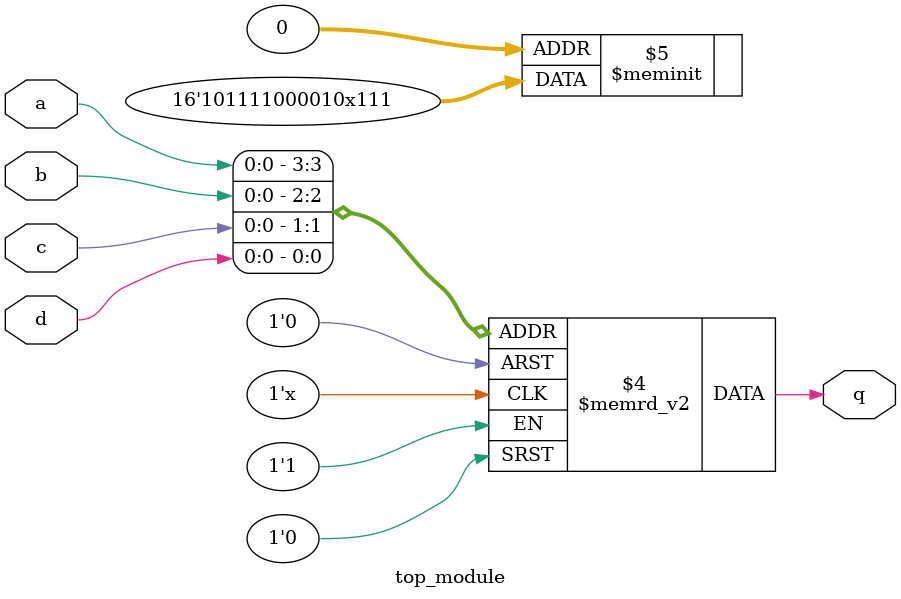
<source format=sv>
module top_module (
    input a, 
    input b, 
    input c, 
    input d,
    output reg q
);

always @* begin
    case ({a, b, c, d})
        4'b0000: q = 1;
        4'b0001: q = 1;
        4'b0010: q = 1;
        4'b0100: q = 0;
        4'b0101: q = 1;
        4'b0110: q = 0;
        4'b0111: q = 0;
        4'b1000: q = 0;
        4'b1001: q = 0;
        4'b1010: q = 1;
        4'b1011: q = 1;
        4'b1100: q = 1;
        4'b1101: q = 1;
        4'b1110: q = 0;
        4'b1111: q = 1;
    endcase
end

endmodule

</source>
